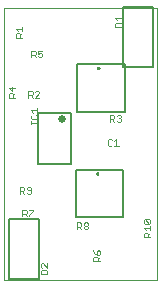
<source format=gto>
G75*
G70*
%OFA0B0*%
%FSLAX24Y24*%
%IPPOS*%
%LPD*%
%AMOC8*
5,1,8,0,0,1.08239X$1,22.5*
%
%ADD10C,0.0000*%
%ADD11C,0.0050*%
%ADD12C,0.0020*%
%ADD13C,0.0080*%
%ADD14C,0.0256*%
%ADD15C,0.0001*%
D10*
X000900Y000980D02*
X000900Y010035D01*
X006018Y010035D01*
X006018Y000980D01*
X000900Y000980D01*
X003986Y004499D02*
X003997Y004494D01*
X004009Y004492D01*
X004022Y004494D01*
X004033Y004499D01*
X004041Y004508D01*
X004047Y004519D01*
X004049Y004531D01*
X004047Y004543D01*
X004041Y004554D01*
X004033Y004563D01*
X004022Y004569D01*
X004009Y004571D01*
X003997Y004569D01*
X003986Y004563D01*
X003978Y004554D01*
X003972Y004543D01*
X003970Y004531D01*
X003972Y004519D01*
X003978Y004508D01*
X003986Y004499D01*
X004049Y008012D02*
X004062Y008014D01*
X004073Y008019D01*
X004081Y008028D01*
X004087Y008039D01*
X004089Y008051D01*
X004087Y008063D01*
X004081Y008074D01*
X004073Y008083D01*
X004062Y008089D01*
X004049Y008091D01*
X004037Y008089D01*
X004026Y008083D01*
X004018Y008074D01*
X004012Y008063D01*
X004010Y008051D01*
X004012Y008039D01*
X004018Y008028D01*
X004026Y008019D01*
X004037Y008014D01*
X004049Y008012D01*
D11*
X003353Y008167D02*
X003353Y006593D01*
X004927Y006593D01*
X004927Y008167D01*
X003353Y008167D01*
X004882Y008083D02*
X005882Y008083D01*
X005882Y010083D01*
X004882Y010083D01*
X004882Y008083D01*
X004887Y004647D02*
X003313Y004647D01*
X003313Y003073D01*
X004887Y003073D01*
X004887Y004647D01*
X002078Y003001D02*
X002078Y001001D01*
X001078Y001001D01*
X001078Y003001D01*
X002078Y003001D01*
D12*
X001886Y003283D02*
X001739Y003137D01*
X001739Y003100D01*
X001665Y003100D02*
X001591Y003173D01*
X001628Y003173D02*
X001518Y003173D01*
X001518Y003100D02*
X001518Y003320D01*
X001628Y003320D01*
X001665Y003283D01*
X001665Y003210D01*
X001628Y003173D01*
X001739Y003320D02*
X001886Y003320D01*
X001886Y003283D01*
X001769Y003860D02*
X001696Y003860D01*
X001659Y003897D01*
X001696Y003970D02*
X001806Y003970D01*
X001806Y003897D02*
X001769Y003860D01*
X001806Y003897D02*
X001806Y004043D01*
X001769Y004080D01*
X001696Y004080D01*
X001659Y004043D01*
X001659Y004007D01*
X001696Y003970D01*
X001585Y003970D02*
X001585Y004043D01*
X001548Y004080D01*
X001438Y004080D01*
X001438Y003860D01*
X001438Y003933D02*
X001548Y003933D01*
X001585Y003970D01*
X001511Y003933D02*
X001585Y003860D01*
X001790Y006192D02*
X001790Y006266D01*
X001790Y006229D02*
X002010Y006229D01*
X002010Y006192D02*
X002010Y006266D01*
X001973Y006340D02*
X002010Y006376D01*
X002010Y006450D01*
X001973Y006486D01*
X002010Y006561D02*
X002010Y006707D01*
X002010Y006634D02*
X001790Y006634D01*
X001863Y006561D01*
X001826Y006486D02*
X001790Y006450D01*
X001790Y006376D01*
X001826Y006340D01*
X001973Y006340D01*
X001939Y007060D02*
X002086Y007207D01*
X002086Y007243D01*
X002049Y007280D01*
X001976Y007280D01*
X001939Y007243D01*
X001865Y007243D02*
X001865Y007170D01*
X001828Y007133D01*
X001718Y007133D01*
X001718Y007060D02*
X001718Y007280D01*
X001828Y007280D01*
X001865Y007243D01*
X001791Y007133D02*
X001865Y007060D01*
X001939Y007060D02*
X002086Y007060D01*
X001280Y007060D02*
X001060Y007060D01*
X001060Y007170D01*
X001097Y007207D01*
X001170Y007207D01*
X001207Y007170D01*
X001207Y007060D01*
X001207Y007133D02*
X001280Y007207D01*
X001170Y007281D02*
X001170Y007428D01*
X001280Y007391D02*
X001060Y007391D01*
X001170Y007281D01*
X001820Y008400D02*
X001820Y008620D01*
X001930Y008620D01*
X001967Y008583D01*
X001967Y008510D01*
X001930Y008473D01*
X001820Y008473D01*
X001893Y008473D02*
X001967Y008400D01*
X002041Y008437D02*
X002078Y008400D01*
X002151Y008400D01*
X002188Y008437D01*
X002188Y008510D01*
X002151Y008547D01*
X002114Y008547D01*
X002041Y008510D01*
X002041Y008620D01*
X002188Y008620D01*
X001520Y009060D02*
X001300Y009060D01*
X001300Y009170D01*
X001337Y009207D01*
X001410Y009207D01*
X001447Y009170D01*
X001447Y009060D01*
X001447Y009133D02*
X001520Y009207D01*
X001520Y009281D02*
X001520Y009428D01*
X001520Y009354D02*
X001300Y009354D01*
X001373Y009281D01*
X004395Y005680D02*
X004358Y005643D01*
X004358Y005497D01*
X004395Y005460D01*
X004468Y005460D01*
X004505Y005497D01*
X004579Y005460D02*
X004726Y005460D01*
X004652Y005460D02*
X004652Y005680D01*
X004579Y005607D01*
X004505Y005643D02*
X004468Y005680D01*
X004395Y005680D01*
X004438Y006260D02*
X004438Y006480D01*
X004548Y006480D01*
X004585Y006443D01*
X004585Y006370D01*
X004548Y006333D01*
X004438Y006333D01*
X004511Y006333D02*
X004585Y006260D01*
X004659Y006297D02*
X004696Y006260D01*
X004769Y006260D01*
X004806Y006297D01*
X004806Y006333D01*
X004769Y006370D01*
X004732Y006370D01*
X004769Y006370D02*
X004806Y006407D01*
X004806Y006443D01*
X004769Y006480D01*
X004696Y006480D01*
X004659Y006443D01*
X004612Y009411D02*
X004612Y009521D01*
X004649Y009557D01*
X004796Y009557D01*
X004832Y009521D01*
X004832Y009411D01*
X004612Y009411D01*
X004685Y009632D02*
X004612Y009705D01*
X004832Y009705D01*
X004832Y009632D02*
X004832Y009778D01*
X005597Y003006D02*
X005560Y002969D01*
X005560Y002896D01*
X005597Y002859D01*
X005743Y002859D01*
X005597Y003006D01*
X005743Y003006D01*
X005780Y002969D01*
X005780Y002896D01*
X005743Y002859D01*
X005780Y002785D02*
X005780Y002638D01*
X005780Y002711D02*
X005560Y002711D01*
X005633Y002638D01*
X005597Y002564D02*
X005560Y002527D01*
X005560Y002417D01*
X005780Y002417D01*
X005707Y002417D02*
X005707Y002527D01*
X005670Y002564D01*
X005597Y002564D01*
X005707Y002490D02*
X005780Y002564D01*
X004100Y001929D02*
X004100Y001856D01*
X004063Y001819D01*
X003990Y001819D01*
X003990Y001929D01*
X004027Y001966D01*
X004063Y001966D01*
X004100Y001929D01*
X003990Y001819D02*
X003917Y001892D01*
X003880Y001966D01*
X003917Y001745D02*
X003990Y001745D01*
X004027Y001708D01*
X004027Y001598D01*
X004100Y001598D02*
X003880Y001598D01*
X003880Y001708D01*
X003917Y001745D01*
X004027Y001671D02*
X004100Y001745D01*
X003671Y002680D02*
X003598Y002680D01*
X003561Y002717D01*
X003561Y002753D01*
X003598Y002790D01*
X003671Y002790D01*
X003708Y002753D01*
X003708Y002717D01*
X003671Y002680D01*
X003671Y002790D02*
X003708Y002827D01*
X003708Y002863D01*
X003671Y002900D01*
X003598Y002900D01*
X003561Y002863D01*
X003561Y002827D01*
X003598Y002790D01*
X003487Y002790D02*
X003450Y002753D01*
X003340Y002753D01*
X003340Y002680D02*
X003340Y002900D01*
X003450Y002900D01*
X003487Y002863D01*
X003487Y002790D01*
X003413Y002753D02*
X003487Y002680D01*
X002348Y001539D02*
X002348Y001392D01*
X002202Y001539D01*
X002165Y001539D01*
X002128Y001502D01*
X002128Y001428D01*
X002165Y001392D01*
X002165Y001318D02*
X002128Y001281D01*
X002128Y001171D01*
X002348Y001171D01*
X002348Y001281D01*
X002312Y001318D01*
X002165Y001318D01*
D13*
X002029Y004854D02*
X003131Y004854D01*
X003131Y006546D01*
X002029Y006546D01*
X002029Y004854D01*
D14*
X002836Y006340D03*
D15*
X004027Y008019D02*
X004072Y008019D01*
X004073Y008020D02*
X004026Y008020D01*
X004025Y008021D02*
X004074Y008021D01*
X004075Y008022D02*
X004024Y008022D01*
X004023Y008023D02*
X004076Y008023D01*
X004077Y008024D02*
X004022Y008024D01*
X004021Y008025D02*
X004078Y008025D01*
X004079Y008026D02*
X004020Y008026D01*
X004019Y008027D02*
X004080Y008027D01*
X004081Y008028D02*
X004018Y008028D01*
X004017Y008029D02*
X004082Y008029D01*
X004082Y008030D02*
X004017Y008030D01*
X004016Y008031D02*
X004083Y008031D01*
X004083Y008032D02*
X004016Y008032D01*
X004015Y008033D02*
X004084Y008033D01*
X004084Y008034D02*
X004015Y008034D01*
X004014Y008035D02*
X004085Y008035D01*
X004085Y008036D02*
X004014Y008036D01*
X004013Y008037D02*
X004086Y008037D01*
X004086Y008038D02*
X004013Y008038D01*
X004012Y008039D02*
X004087Y008039D01*
X004087Y008040D02*
X004012Y008040D01*
X004012Y008041D02*
X004087Y008041D01*
X004087Y008042D02*
X004012Y008042D01*
X004011Y008043D02*
X004088Y008043D01*
X004088Y008044D02*
X004011Y008044D01*
X004011Y008045D02*
X004088Y008045D01*
X004088Y008046D02*
X004011Y008046D01*
X004011Y008047D02*
X004088Y008047D01*
X004088Y008048D02*
X004011Y008048D01*
X004010Y008049D02*
X004088Y008049D01*
X004089Y008050D02*
X004010Y008050D01*
X004010Y008051D02*
X004089Y008051D01*
X004089Y008052D02*
X004010Y008052D01*
X004010Y008053D02*
X004089Y008053D01*
X004088Y008054D02*
X004011Y008054D01*
X004011Y008055D02*
X004088Y008055D01*
X004088Y008056D02*
X004011Y008056D01*
X004011Y008057D02*
X004088Y008057D01*
X004088Y008058D02*
X004011Y008058D01*
X004011Y008059D02*
X004088Y008059D01*
X004087Y008060D02*
X004011Y008060D01*
X004012Y008061D02*
X004087Y008061D01*
X004087Y008062D02*
X004012Y008062D01*
X004012Y008063D02*
X004087Y008063D01*
X004087Y008064D02*
X004012Y008064D01*
X004013Y008065D02*
X004086Y008065D01*
X004086Y008066D02*
X004013Y008066D01*
X004014Y008067D02*
X004085Y008067D01*
X004085Y008068D02*
X004014Y008068D01*
X004015Y008069D02*
X004084Y008069D01*
X004084Y008070D02*
X004015Y008070D01*
X004016Y008071D02*
X004083Y008071D01*
X004083Y008072D02*
X004016Y008072D01*
X004017Y008073D02*
X004082Y008073D01*
X004081Y008074D02*
X004017Y008074D01*
X004018Y008075D02*
X004081Y008075D01*
X004080Y008076D02*
X004019Y008076D01*
X004020Y008077D02*
X004079Y008077D01*
X004078Y008078D02*
X004021Y008078D01*
X004022Y008079D02*
X004077Y008079D01*
X004076Y008080D02*
X004023Y008080D01*
X004024Y008081D02*
X004075Y008081D01*
X004074Y008082D02*
X004025Y008082D01*
X004026Y008083D02*
X004073Y008083D01*
X004071Y008084D02*
X004028Y008084D01*
X004030Y008085D02*
X004069Y008085D01*
X004067Y008086D02*
X004032Y008086D01*
X004034Y008087D02*
X004065Y008087D01*
X004063Y008088D02*
X004036Y008088D01*
X004039Y008089D02*
X004060Y008089D01*
X004053Y008090D02*
X004045Y008090D01*
X004029Y008018D02*
X004070Y008018D01*
X004068Y008017D02*
X004031Y008017D01*
X004033Y008016D02*
X004066Y008016D01*
X004064Y008015D02*
X004035Y008015D01*
X004037Y008014D02*
X004062Y008014D01*
X004057Y008013D02*
X004042Y008013D01*
X004048Y008012D02*
X004051Y008012D01*
X004008Y004570D02*
X004011Y004570D01*
X004017Y004569D02*
X004002Y004569D01*
X003997Y004568D02*
X004022Y004568D01*
X004024Y004567D02*
X003995Y004567D01*
X003993Y004566D02*
X004026Y004566D01*
X004028Y004565D02*
X003991Y004565D01*
X003989Y004564D02*
X004030Y004564D01*
X004032Y004563D02*
X003987Y004563D01*
X003986Y004562D02*
X004033Y004562D01*
X004034Y004561D02*
X003985Y004561D01*
X003984Y004560D02*
X004035Y004560D01*
X004036Y004559D02*
X003983Y004559D01*
X003982Y004558D02*
X004037Y004558D01*
X004038Y004557D02*
X003981Y004557D01*
X003980Y004556D02*
X004039Y004556D01*
X004040Y004555D02*
X003979Y004555D01*
X003978Y004554D02*
X004041Y004554D01*
X004042Y004553D02*
X003977Y004553D01*
X003977Y004552D02*
X004042Y004552D01*
X004043Y004551D02*
X003976Y004551D01*
X003976Y004550D02*
X004043Y004550D01*
X004044Y004549D02*
X003975Y004549D01*
X003975Y004548D02*
X004044Y004548D01*
X004045Y004547D02*
X003974Y004547D01*
X003974Y004546D02*
X004045Y004546D01*
X004046Y004545D02*
X003973Y004545D01*
X003973Y004544D02*
X004046Y004544D01*
X004047Y004543D02*
X003972Y004543D01*
X003972Y004542D02*
X004047Y004542D01*
X004047Y004541D02*
X003972Y004541D01*
X003972Y004540D02*
X004047Y004540D01*
X004048Y004539D02*
X003971Y004539D01*
X003971Y004538D02*
X004048Y004538D01*
X004048Y004537D02*
X003971Y004537D01*
X003971Y004536D02*
X004048Y004536D01*
X004048Y004535D02*
X003971Y004535D01*
X003971Y004534D02*
X004048Y004534D01*
X004048Y004533D02*
X003970Y004533D01*
X004049Y004533D01*
X004049Y004532D02*
X003970Y004532D01*
X003970Y004531D02*
X004049Y004531D01*
X004049Y004530D02*
X003970Y004530D01*
X003971Y004529D02*
X004048Y004529D01*
X004048Y004528D02*
X003971Y004528D01*
X003971Y004527D02*
X004048Y004527D01*
X004048Y004526D02*
X003971Y004526D01*
X003971Y004525D02*
X004048Y004525D01*
X004048Y004524D02*
X003971Y004524D01*
X003971Y004523D02*
X004047Y004523D01*
X004047Y004522D02*
X003972Y004522D01*
X003972Y004521D02*
X004047Y004521D01*
X004047Y004520D02*
X003972Y004520D01*
X003972Y004519D02*
X004047Y004519D01*
X004046Y004518D02*
X003973Y004518D01*
X003973Y004517D02*
X004046Y004517D01*
X004045Y004516D02*
X003974Y004516D01*
X003974Y004515D02*
X004045Y004515D01*
X004044Y004514D02*
X003975Y004514D01*
X003975Y004513D02*
X004044Y004513D01*
X004043Y004512D02*
X003976Y004512D01*
X003976Y004511D02*
X004043Y004511D01*
X004042Y004510D02*
X003977Y004510D01*
X003977Y004509D02*
X004042Y004509D01*
X004041Y004508D02*
X003978Y004508D01*
X003979Y004507D02*
X004040Y004507D01*
X004039Y004506D02*
X003980Y004506D01*
X003981Y004505D02*
X004038Y004505D01*
X004037Y004504D02*
X003982Y004504D01*
X003983Y004503D02*
X004036Y004503D01*
X004035Y004502D02*
X003984Y004502D01*
X003985Y004501D02*
X004034Y004501D01*
X004033Y004500D02*
X003986Y004500D01*
X003988Y004499D02*
X004031Y004499D01*
X004029Y004498D02*
X003990Y004498D01*
X003992Y004497D02*
X004027Y004497D01*
X004025Y004496D02*
X003994Y004496D01*
X003996Y004495D02*
X004023Y004495D01*
X004020Y004494D02*
X003999Y004494D01*
X004005Y004493D02*
X004014Y004493D01*
M02*

</source>
